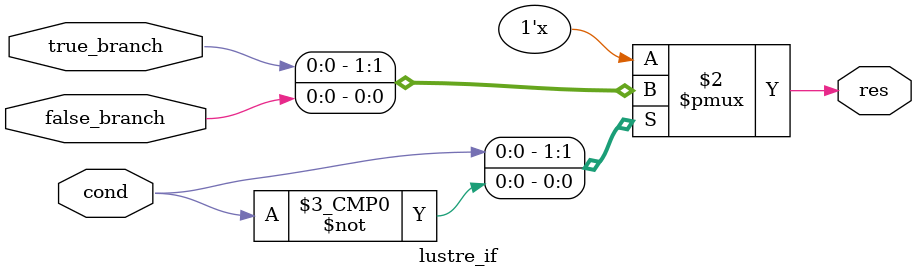
<source format=v>
module lustre_if #(
    parameter N = 1
) (
    input wire cond,
    input wire [N-1:0] true_branch,
    input wire [N-1:0] false_branch,
    output reg [N-1:0] res
);
  always @(cond, true_branch, false_branch) begin
    case (cond)
      1'd1: res = true_branch;
      1'd0: res = false_branch;
    endcase
  end
endmodule

</source>
